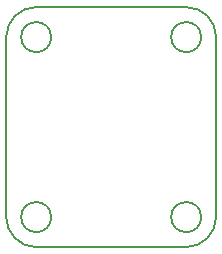
<source format=gbr>
G04 #@! TF.GenerationSoftware,KiCad,Pcbnew,(5.0.0)*
G04 #@! TF.CreationDate,2018-10-26T18:49:35-05:00*
G04 #@! TF.ProjectId,serial_pirate_board,73657269616C5F7069726174655F626F,rev?*
G04 #@! TF.SameCoordinates,Original*
G04 #@! TF.FileFunction,Profile,NP*
%FSLAX46Y46*%
G04 Gerber Fmt 4.6, Leading zero omitted, Abs format (unit mm)*
G04 Created by KiCad (PCBNEW (5.0.0)) date 10/26/18 18:49:35*
%MOMM*%
%LPD*%
G01*
G04 APERTURE LIST*
%ADD10C,0.150000*%
G04 APERTURE END LIST*
D10*
X137160000Y-120650000D02*
X149860000Y-120650000D01*
X134620000Y-102870000D02*
X134620000Y-118110000D01*
X149860000Y-100330000D02*
X137160000Y-100330000D01*
X152400000Y-118110000D02*
X152400000Y-102870000D01*
X134620000Y-118110000D02*
G75*
G03X137160000Y-120650000I2540000J0D01*
G01*
X137160000Y-100330000D02*
G75*
G03X134620000Y-102870000I0J-2540000D01*
G01*
X152400000Y-102870000D02*
G75*
G03X149860000Y-100330000I-2540000J0D01*
G01*
X149860000Y-120650000D02*
G75*
G03X152400000Y-118110000I0J2540000D01*
G01*
X138430000Y-118110000D02*
G75*
G03X138430000Y-118110000I-1270000J0D01*
G01*
X151130000Y-118110000D02*
G75*
G03X151130000Y-118110000I-1270000J0D01*
G01*
X138430000Y-102870000D02*
G75*
G03X138430000Y-102870000I-1270000J0D01*
G01*
X151130000Y-102870000D02*
G75*
G03X151130000Y-102870000I-1270000J0D01*
G01*
M02*

</source>
